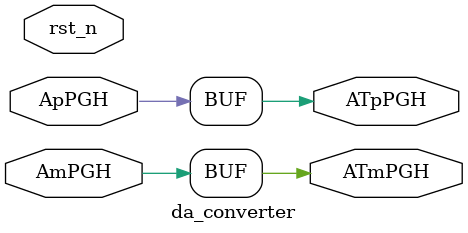
<source format=v>
`timescale 1ns / 1ps
`default_nettype none

module da_converter(
    input wire rst_n,

    input wire ApPGH,
    input wire AmPGH,

    output wire ATpPGH,
    output wire ATmPGH
);

/*-----------------------------------------------------------------------------.
| Transformer-coupled I/O                                                      |
'-----------------------------------------------------------------------------*/
assign ATpPGH = ApPGH;
assign ATmPGH = AmPGH;

endmodule
`default_nettype wire


</source>
